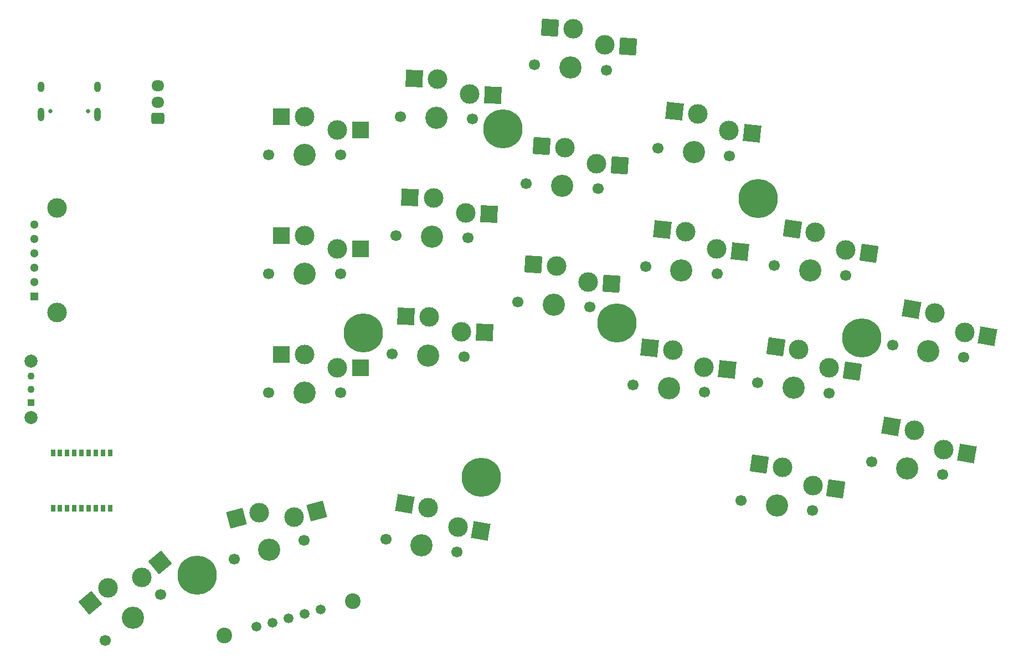
<source format=gbr>
%TF.GenerationSoftware,KiCad,Pcbnew,7.0.7*%
%TF.CreationDate,2023-12-03T19:38:24+01:00*%
%TF.ProjectId,nightliner,6e696768-746c-4696-9e65-722e6b696361,rev?*%
%TF.SameCoordinates,Original*%
%TF.FileFunction,Soldermask,Bot*%
%TF.FilePolarity,Negative*%
%FSLAX46Y46*%
G04 Gerber Fmt 4.6, Leading zero omitted, Abs format (unit mm)*
G04 Created by KiCad (PCBNEW 7.0.7) date 2023-12-03 19:38:24*
%MOMM*%
%LPD*%
G01*
G04 APERTURE LIST*
G04 Aperture macros list*
%AMRoundRect*
0 Rectangle with rounded corners*
0 $1 Rounding radius*
0 $2 $3 $4 $5 $6 $7 $8 $9 X,Y pos of 4 corners*
0 Add a 4 corners polygon primitive as box body*
4,1,4,$2,$3,$4,$5,$6,$7,$8,$9,$2,$3,0*
0 Add four circle primitives for the rounded corners*
1,1,$1+$1,$2,$3*
1,1,$1+$1,$4,$5*
1,1,$1+$1,$6,$7*
1,1,$1+$1,$8,$9*
0 Add four rect primitives between the rounded corners*
20,1,$1+$1,$2,$3,$4,$5,0*
20,1,$1+$1,$4,$5,$6,$7,0*
20,1,$1+$1,$6,$7,$8,$9,0*
20,1,$1+$1,$8,$9,$2,$3,0*%
%AMRotRect*
0 Rectangle, with rotation*
0 The origin of the aperture is its center*
0 $1 length*
0 $2 width*
0 $3 Rotation angle, in degrees counterclockwise*
0 Add horizontal line*
21,1,$1,$2,0,0,$3*%
G04 Aperture macros list end*
%ADD10C,0.650000*%
%ADD11O,1.000000X2.100000*%
%ADD12O,1.000000X1.600000*%
%ADD13C,1.700000*%
%ADD14C,3.000000*%
%ADD15C,3.400000*%
%ADD16RotRect,2.600000X2.600000X352.000000*%
%ADD17RotRect,2.600000X2.600000X354.000000*%
%ADD18R,0.700000X1.000000*%
%ADD19RotRect,2.600000X2.600000X356.000000*%
%ADD20RotRect,2.600000X2.600000X350.000000*%
%ADD21RotRect,2.600000X2.600000X40.000000*%
%ADD22R,2.600000X2.600000*%
%ADD23RotRect,2.600000X2.600000X15.000000*%
%ADD24RotRect,2.600000X2.600000X358.000000*%
%ADD25RoundRect,0.250000X0.725000X-0.600000X0.725000X0.600000X-0.725000X0.600000X-0.725000X-0.600000X0*%
%ADD26O,1.950000X1.700000*%
%ADD27C,6.000000*%
%ADD28C,2.400000*%
%ADD29C,1.500000*%
%ADD30R,1.300000X1.300000*%
%ADD31C,1.300000*%
%ADD32C,2.000000*%
%ADD33R,1.100000X1.100000*%
%ADD34C,1.100000*%
G04 APERTURE END LIST*
D10*
%TO.C,J1*%
X46832000Y-44764000D03*
X41052000Y-44764000D03*
D11*
X48262000Y-45294000D03*
D12*
X48262000Y-41114000D03*
D11*
X39622000Y-45294000D03*
D12*
X39622000Y-41114000D03*
%TD*%
D13*
%TO.C,SW6*%
X149231120Y-86407070D03*
D14*
X155498715Y-81329940D03*
D15*
X154677594Y-87172522D03*
D14*
X160157792Y-84105369D03*
D13*
X160124068Y-87937974D03*
D16*
X151958507Y-80832397D03*
X163698000Y-84602913D03*
%TD*%
D13*
%TO.C,SW2*%
X133966065Y-50477037D03*
D14*
X140052653Y-45184265D03*
D15*
X139435935Y-51051944D03*
D14*
X144805753Y-47795403D03*
D13*
X144905805Y-51626851D03*
D17*
X136497237Y-44810576D03*
X148361168Y-48169092D03*
%TD*%
D18*
%TO.C,U1*%
X41458000Y-105596000D03*
X42558000Y-105596000D03*
X43658000Y-105596000D03*
X44758000Y-105596000D03*
X45858000Y-105596000D03*
X46958000Y-105596000D03*
X48058000Y-105596000D03*
X49158000Y-105596000D03*
X50258000Y-105596000D03*
X41458000Y-97096000D03*
X42558000Y-97096000D03*
X43658000Y-97096000D03*
X44758000Y-97096000D03*
X45858000Y-97096000D03*
X46958000Y-97096000D03*
X48058000Y-97096000D03*
X49158000Y-97096000D03*
X50258000Y-97096000D03*
%TD*%
D13*
%TO.C,SW3*%
X115078345Y-37727008D03*
D14*
X120976510Y-32225041D03*
D15*
X120564947Y-38110669D03*
D14*
X125817842Y-34668708D03*
D13*
X126051549Y-38494330D03*
D19*
X117410219Y-31975662D03*
X129384133Y-34918087D03*
%TD*%
D13*
%TO.C,SW16*%
X169835461Y-80593623D03*
D14*
X176276428Y-75738322D03*
D15*
X175251904Y-81548688D03*
D14*
X180835806Y-78674659D03*
D13*
X180668347Y-82503753D03*
D20*
X172755741Y-75117530D03*
X184356494Y-79295452D03*
%TD*%
D13*
%TO.C,SW20*%
X49471720Y-125861519D03*
D14*
X49892517Y-117806525D03*
D15*
X53684964Y-122326187D03*
D14*
X55072593Y-116201280D03*
D13*
X57898208Y-118790855D03*
D21*
X47153908Y-120104490D03*
X57811202Y-113903314D03*
%TD*%
D13*
%TO.C,SW5*%
X74425510Y-51514119D03*
D14*
X79925510Y-45614119D03*
D15*
X79925510Y-51514119D03*
D14*
X84925510Y-47714119D03*
D13*
X85425510Y-51514119D03*
D22*
X76350510Y-45614119D03*
X88500510Y-47714119D03*
%TD*%
D13*
%TO.C,SW19*%
X69192885Y-113350437D03*
D14*
X72978445Y-106227970D03*
D15*
X74505477Y-111926932D03*
D14*
X78351594Y-106962319D03*
D13*
X79818069Y-110503427D03*
D23*
X69525260Y-107153248D03*
X81804779Y-106037041D03*
%TD*%
D13*
%TO.C,SW10*%
X74425510Y-69714119D03*
D14*
X79925510Y-63814119D03*
D15*
X79925510Y-69714119D03*
D14*
X84925510Y-65914119D03*
D13*
X85425510Y-69714119D03*
D22*
X76350510Y-63814119D03*
X88500510Y-65914119D03*
%TD*%
D13*
%TO.C,SW12*%
X130161229Y-86677634D03*
D14*
X136247817Y-81384862D03*
D15*
X135631099Y-87252541D03*
D14*
X141000917Y-83996000D03*
D13*
X141100969Y-87827448D03*
D17*
X132692401Y-81011173D03*
X144556332Y-84369689D03*
%TD*%
D13*
%TO.C,SW9*%
X93924979Y-63818015D03*
D14*
X99627536Y-58113556D03*
D15*
X99421629Y-64009962D03*
D14*
X104551201Y-60386774D03*
D13*
X104918279Y-64201909D03*
D24*
X96054714Y-57988790D03*
X108124023Y-60511540D03*
%TD*%
D13*
%TO.C,SW1*%
X151764071Y-68384191D03*
D14*
X158031666Y-63307061D03*
D15*
X157210545Y-69149643D03*
D14*
X162690743Y-66082490D03*
D13*
X162657019Y-69915095D03*
D16*
X154491458Y-62809518D03*
X166230951Y-66580034D03*
%TD*%
D13*
%TO.C,SW15*%
X74425510Y-87914119D03*
D14*
X79925510Y-82014119D03*
D15*
X79925510Y-87914119D03*
D14*
X84925510Y-84114119D03*
D13*
X85425510Y-87914119D03*
D22*
X76350510Y-82014119D03*
X88500510Y-84114119D03*
%TD*%
D13*
%TO.C,SW8*%
X113808778Y-55882673D03*
D14*
X119706943Y-50380706D03*
D15*
X119295380Y-56266334D03*
D14*
X124548275Y-52824373D03*
D13*
X124781982Y-56649995D03*
D19*
X116140652Y-50131327D03*
X128114566Y-53073752D03*
%TD*%
D13*
%TO.C,SW11*%
X146698170Y-104429949D03*
D14*
X152965765Y-99352819D03*
D15*
X152144644Y-105195401D03*
D14*
X157624842Y-102128248D03*
D13*
X157591118Y-105960853D03*
D16*
X149425557Y-98855276D03*
X161165050Y-102625792D03*
%TD*%
D13*
%TO.C,SW4*%
X94560150Y-45629102D03*
D14*
X100262707Y-39924643D03*
D15*
X100056800Y-45821049D03*
D14*
X105186372Y-42197861D03*
D13*
X105553450Y-46012996D03*
D24*
X96689885Y-39799877D03*
X108759194Y-42322627D03*
%TD*%
D13*
%TO.C,SW13*%
X112539210Y-74038339D03*
D14*
X118437375Y-68536372D03*
D15*
X118025812Y-74422000D03*
D14*
X123278707Y-70980039D03*
D13*
X123512414Y-74805661D03*
D19*
X114871084Y-68286993D03*
X126844998Y-71229418D03*
%TD*%
D13*
%TO.C,SW17*%
X166675064Y-98517124D03*
D14*
X173116031Y-93661823D03*
D15*
X172091507Y-99472189D03*
D14*
X177675409Y-96598160D03*
D13*
X177507950Y-100427254D03*
D20*
X169595344Y-93041031D03*
X181196097Y-97218953D03*
%TD*%
D13*
%TO.C,SW7*%
X132063647Y-68577335D03*
D14*
X138150235Y-63284563D03*
D15*
X137533517Y-69152242D03*
D14*
X142903335Y-65895701D03*
D13*
X143003387Y-69727149D03*
D17*
X134594819Y-62910874D03*
X146458750Y-66269390D03*
%TD*%
D13*
%TO.C,SW14*%
X93289808Y-82006928D03*
D14*
X98992365Y-76302469D03*
D15*
X98786458Y-82198875D03*
D14*
X103916030Y-78575687D03*
D13*
X104283108Y-82390822D03*
D24*
X95419543Y-76177703D03*
X107488852Y-78700453D03*
%TD*%
D13*
%TO.C,SW18*%
X92353742Y-110346071D03*
D14*
X98794709Y-105490770D03*
D15*
X97770185Y-111301136D03*
D14*
X103354087Y-108427107D03*
D13*
X103186628Y-112256201D03*
D20*
X95274022Y-104869978D03*
X106874775Y-109047900D03*
%TD*%
D25*
%TO.C,J2*%
X57476000Y-45934000D03*
D26*
X57476000Y-43434000D03*
X57476000Y-40934000D03*
%TD*%
D27*
%TO.C,H2*%
X149267812Y-58166000D03*
%TD*%
D28*
%TO.C,P1*%
X87283806Y-119798399D03*
X67656193Y-125057602D03*
D29*
X82376903Y-121113200D03*
X79923451Y-121770600D03*
X77470000Y-122428000D03*
X75016548Y-123085401D03*
X72566556Y-123741874D03*
%TD*%
D27*
%TO.C,H5*%
X88900000Y-78740000D03*
%TD*%
D14*
%TO.C,J3*%
X42108000Y-75652000D03*
X42108000Y-59652000D03*
D30*
X38608000Y-73152000D03*
D31*
X38608000Y-70952000D03*
X38608000Y-68752000D03*
X38608000Y-66552000D03*
X38608000Y-64352000D03*
X38608000Y-62152000D03*
%TD*%
D32*
%TO.C,SW21*%
X38100000Y-91676000D03*
X38100000Y-83076000D03*
D33*
X38100000Y-89376000D03*
D34*
X38100000Y-87376000D03*
X38100000Y-85376000D03*
%TD*%
D27*
%TO.C,H3*%
X127677812Y-77216000D03*
%TD*%
%TO.C,H7*%
X63500000Y-115824000D03*
%TD*%
%TO.C,H6*%
X106934048Y-100838061D03*
%TD*%
%TO.C,H4*%
X110236000Y-47498000D03*
%TD*%
%TO.C,H1*%
X165100000Y-79502000D03*
%TD*%
M02*

</source>
